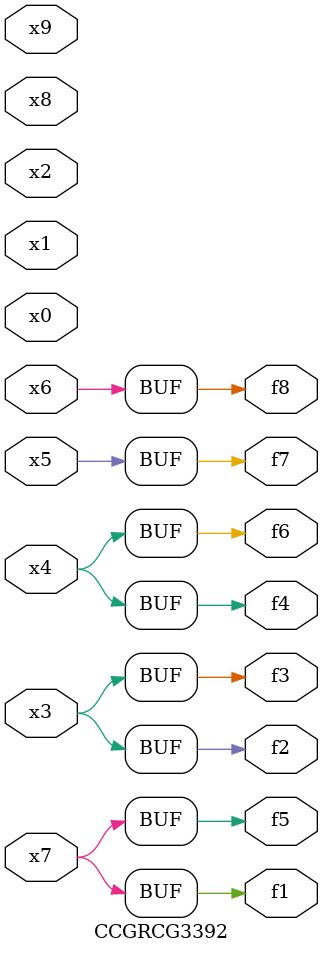
<source format=v>
module CCGRCG3392(
	input x0, x1, x2, x3, x4, x5, x6, x7, x8, x9,
	output f1, f2, f3, f4, f5, f6, f7, f8
);
	assign f1 = x7;
	assign f2 = x3;
	assign f3 = x3;
	assign f4 = x4;
	assign f5 = x7;
	assign f6 = x4;
	assign f7 = x5;
	assign f8 = x6;
endmodule

</source>
